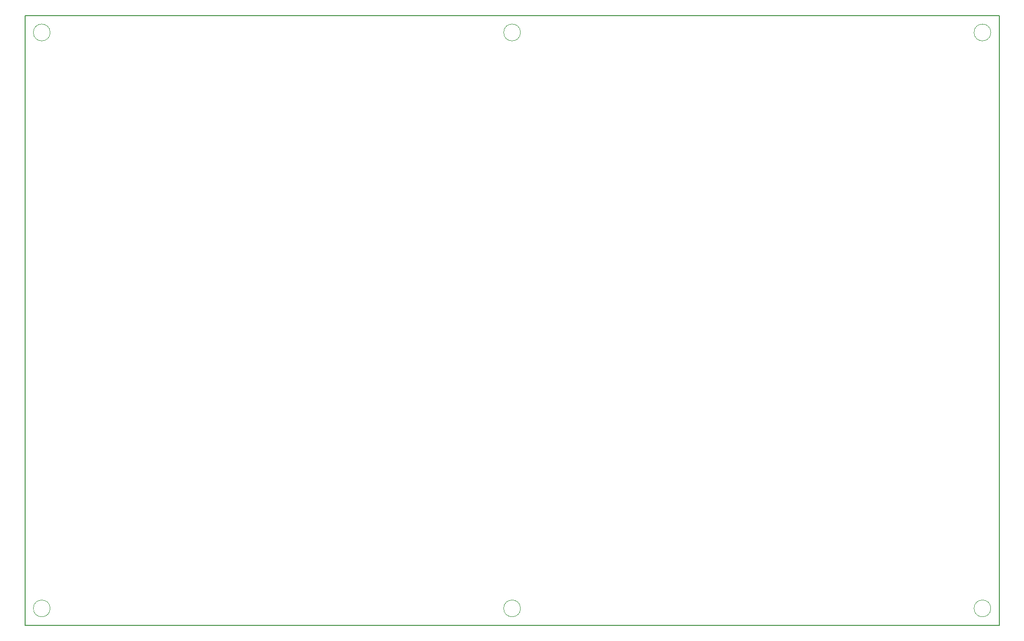
<source format=gm1>
G04 #@! TF.GenerationSoftware,KiCad,Pcbnew,8.0.1-8.0.1-1~ubuntu22.04.1*
G04 #@! TF.CreationDate,2024-05-02T00:15:04-04:00*
G04 #@! TF.ProjectId,Claculator_Display,436c6163-756c-4617-946f-725f44697370,rev?*
G04 #@! TF.SameCoordinates,Original*
G04 #@! TF.FileFunction,Profile,NP*
%FSLAX46Y46*%
G04 Gerber Fmt 4.6, Leading zero omitted, Abs format (unit mm)*
G04 Created by KiCad (PCBNEW 8.0.1-8.0.1-1~ubuntu22.04.1) date 2024-05-02 00:15:04*
%MOMM*%
%LPD*%
G01*
G04 APERTURE LIST*
G04 #@! TA.AperFunction,Profile*
%ADD10C,0.100000*%
G04 #@! TD*
G04 #@! TA.AperFunction,Profile*
%ADD11C,0.200000*%
G04 #@! TD*
G04 APERTURE END LIST*
D10*
X123480000Y-44100000D02*
G75*
G02*
X120480000Y-44100000I-1500000J0D01*
G01*
X120480000Y-44100000D02*
G75*
G02*
X123480000Y-44100000I1500000J0D01*
G01*
X207480000Y-44100000D02*
G75*
G02*
X204480000Y-44100000I-1500000J0D01*
G01*
X204480000Y-44100000D02*
G75*
G02*
X207480000Y-44100000I1500000J0D01*
G01*
D11*
X118980000Y-41100000D02*
X292980000Y-41100000D01*
X292980000Y-150100000D01*
X118980000Y-150100000D01*
X118980000Y-41100000D01*
D10*
X207480000Y-147100000D02*
G75*
G02*
X204480000Y-147100000I-1500000J0D01*
G01*
X204480000Y-147100000D02*
G75*
G02*
X207480000Y-147100000I1500000J0D01*
G01*
X123480000Y-147100000D02*
G75*
G02*
X120480000Y-147100000I-1500000J0D01*
G01*
X120480000Y-147100000D02*
G75*
G02*
X123480000Y-147100000I1500000J0D01*
G01*
X291480000Y-147100000D02*
G75*
G02*
X288480000Y-147100000I-1500000J0D01*
G01*
X288480000Y-147100000D02*
G75*
G02*
X291480000Y-147100000I1500000J0D01*
G01*
X291480000Y-44100000D02*
G75*
G02*
X288480000Y-44100000I-1500000J0D01*
G01*
X288480000Y-44100000D02*
G75*
G02*
X291480000Y-44100000I1500000J0D01*
G01*
M02*

</source>
